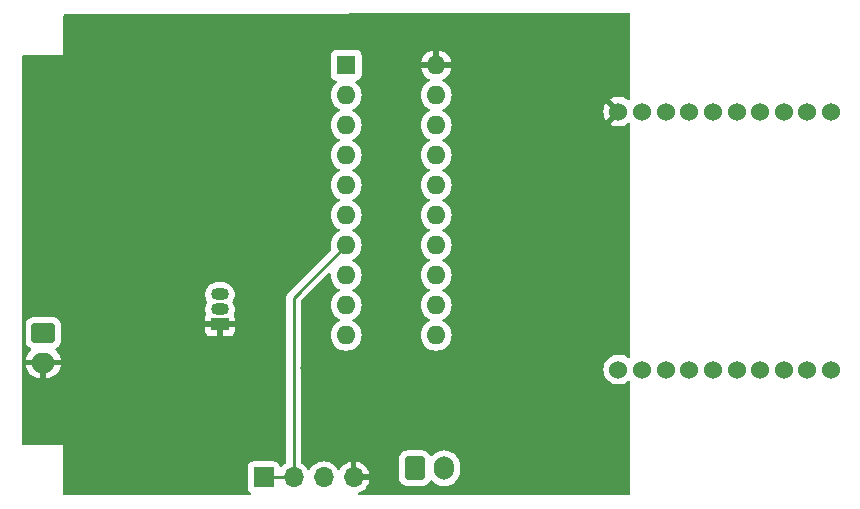
<source format=gbr>
%TF.GenerationSoftware,KiCad,Pcbnew,8.0.6*%
%TF.CreationDate,2025-02-05T16:39:24-07:00*%
%TF.ProjectId,PACS_1.0,50414353-5f31-42e3-902e-6b696361645f,rev?*%
%TF.SameCoordinates,Original*%
%TF.FileFunction,Copper,L2,Bot*%
%TF.FilePolarity,Positive*%
%FSLAX46Y46*%
G04 Gerber Fmt 4.6, Leading zero omitted, Abs format (unit mm)*
G04 Created by KiCad (PCBNEW 8.0.6) date 2025-02-05 16:39:24*
%MOMM*%
%LPD*%
G01*
G04 APERTURE LIST*
G04 Aperture macros list*
%AMRoundRect*
0 Rectangle with rounded corners*
0 $1 Rounding radius*
0 $2 $3 $4 $5 $6 $7 $8 $9 X,Y pos of 4 corners*
0 Add a 4 corners polygon primitive as box body*
4,1,4,$2,$3,$4,$5,$6,$7,$8,$9,$2,$3,0*
0 Add four circle primitives for the rounded corners*
1,1,$1+$1,$2,$3*
1,1,$1+$1,$4,$5*
1,1,$1+$1,$6,$7*
1,1,$1+$1,$8,$9*
0 Add four rect primitives between the rounded corners*
20,1,$1+$1,$2,$3,$4,$5,0*
20,1,$1+$1,$4,$5,$6,$7,0*
20,1,$1+$1,$6,$7,$8,$9,0*
20,1,$1+$1,$8,$9,$2,$3,0*%
G04 Aperture macros list end*
%TA.AperFunction,ComponentPad*%
%ADD10R,1.500000X1.050000*%
%TD*%
%TA.AperFunction,ComponentPad*%
%ADD11O,1.500000X1.050000*%
%TD*%
%TA.AperFunction,ComponentPad*%
%ADD12R,1.600000X1.600000*%
%TD*%
%TA.AperFunction,ComponentPad*%
%ADD13O,1.600000X1.600000*%
%TD*%
%TA.AperFunction,ComponentPad*%
%ADD14R,1.700000X1.700000*%
%TD*%
%TA.AperFunction,ComponentPad*%
%ADD15O,1.700000X1.700000*%
%TD*%
%TA.AperFunction,ComponentPad*%
%ADD16RoundRect,0.250000X-0.750000X0.600000X-0.750000X-0.600000X0.750000X-0.600000X0.750000X0.600000X0*%
%TD*%
%TA.AperFunction,ComponentPad*%
%ADD17O,2.000000X1.700000*%
%TD*%
%TA.AperFunction,ComponentPad*%
%ADD18RoundRect,0.250000X-0.600000X-0.750000X0.600000X-0.750000X0.600000X0.750000X-0.600000X0.750000X0*%
%TD*%
%TA.AperFunction,ComponentPad*%
%ADD19O,1.700000X2.000000*%
%TD*%
%TA.AperFunction,ComponentPad*%
%ADD20C,1.524000*%
%TD*%
%TA.AperFunction,ViaPad*%
%ADD21C,0.800000*%
%TD*%
%TA.AperFunction,Conductor*%
%ADD22C,0.250000*%
%TD*%
G04 APERTURE END LIST*
D10*
%TO.P,Q1,1,E*%
%TO.N,GND*%
X161000000Y-96270000D03*
D11*
%TO.P,Q1,2,B*%
%TO.N,Net-(Q1-B)*%
X161000000Y-95000000D03*
%TO.P,Q1,3,C*%
%TO.N,Net-(Q1-C)*%
X161000000Y-93730000D03*
%TD*%
D12*
%TO.P,U1,1,DVCC*%
%TO.N,+3.3V*%
X171700000Y-74325000D03*
D13*
%TO.P,U1,2,TA0CLK/ACLK/CA0/A0/P1.0*%
%TO.N,unconnected-(U1-TA0CLK{slash}ACLK{slash}CA0{slash}A0{slash}P1.0-Pad2)*%
X171700000Y-76865000D03*
%TO.P,U1,3,UCA0RXD/UCA0SOMI/TA0.0/CA1/A1/P1.1*%
%TO.N,/Zigbee Module/Tx*%
X171700000Y-79405000D03*
%TO.P,U1,4,UCA0TXD/UCA0SIMO/TA0.1/CA2/A2/P1.2*%
%TO.N,/Zigbee Module/Rx*%
X171700000Y-81945000D03*
%TO.P,U1,5,CAOUT/VREF-/VeREF-/CA3/A3/P1.3*%
%TO.N,/Sensors/A_Temp*%
X171700000Y-84485000D03*
%TO.P,U1,6,TCK/SMCLK/UCB0STE/UCA0CLK/VREF+/VeREF+/CA4/A4/P1.4*%
%TO.N,/Power/A_Voltage*%
X171700000Y-87025000D03*
%TO.P,U1,7,TMS/UCB0CLK/UCA0STE/TA0.0/CA5/A5/P1.5*%
%TO.N,/Sensors/A_Water*%
X171700000Y-89565000D03*
%TO.P,U1,8,P2.0/TA1.0*%
%TO.N,/Power/VD_ON{slash}OFF*%
X171700000Y-92105000D03*
%TO.P,U1,9,P2.1/TA1.1*%
%TO.N,unconnected-(U1-P2.1{slash}TA1.1-Pad9)*%
X171700000Y-94645000D03*
%TO.P,U1,10,P2.2/TA1.1*%
%TO.N,/Actuators/PWM_Pump*%
X171700000Y-97185000D03*
%TO.P,U1,11,P2.3/TA1.0*%
%TO.N,unconnected-(U1-P2.3{slash}TA1.0-Pad11)*%
X179320000Y-97185000D03*
%TO.P,U1,12,P2.4/TA1.2*%
%TO.N,/Zigbee Module/Sleep_Indicator*%
X179320000Y-94645000D03*
%TO.P,U1,13,P2.5/TA1.2*%
%TO.N,/Zigbee Module/SLEEP_RQ*%
X179320000Y-92105000D03*
%TO.P,U1,14,TDI/TCLK/UCB0SOMI/UCB0SCL/TA0.1/CA6/A6/P1.6*%
%TO.N,/Sensors/SCL*%
X179320000Y-89565000D03*
%TO.P,U1,15,TDO/TDI/UCB0SIMO/UCB0SDA/CAOUT/CA7/A7/P1.7*%
%TO.N,/Sensors/SDA*%
X179320000Y-87025000D03*
%TO.P,U1,16,~{RST}/NMI/SBWTDIO*%
%TO.N,Net-(U1-~{RST}{slash}NMI{slash}SBWTDIO)*%
X179320000Y-84485000D03*
%TO.P,U1,17,TEST/SBWTCK*%
%TO.N,unconnected-(U1-TEST{slash}SBWTCK-Pad17)*%
X179320000Y-81945000D03*
%TO.P,U1,18,P2.7/XOUT*%
%TO.N,unconnected-(U1-P2.7{slash}XOUT-Pad18)*%
X179320000Y-79405000D03*
%TO.P,U1,19,P2.6/XIN/TA0.1*%
%TO.N,unconnected-(U1-P2.6{slash}XIN{slash}TA0.1-Pad19)*%
X179320000Y-76865000D03*
%TO.P,U1,20,DVSS*%
%TO.N,GND*%
X179320000Y-74325000D03*
%TD*%
D14*
%TO.P,J1,1,Pin_1*%
%TO.N,/Sensors/A_Water*%
X164700000Y-109225000D03*
D15*
%TO.P,J1,2,Pin_2*%
X167240000Y-109225000D03*
%TO.P,J1,3,Pin_3*%
%TO.N,+3.3V*%
X169780000Y-109225000D03*
%TO.P,J1,4,Pin_4*%
%TO.N,GND*%
X172320000Y-109225000D03*
%TD*%
D16*
%TO.P,BT1,1,+*%
%TO.N,Net-(BT1-+)*%
X146050000Y-97000000D03*
D17*
%TO.P,BT1,2,-*%
%TO.N,GND*%
X146050000Y-99500000D03*
%TD*%
D18*
%TO.P,J2,1,Pin_1*%
%TO.N,Net-(J2-Pin_1)*%
X177500000Y-108450000D03*
D19*
%TO.P,J2,2,Pin_2*%
%TO.N,+3.3V*%
X180000000Y-108450000D03*
%TD*%
D20*
%TO.P,U7,1,VCC*%
%TO.N,+3.3V*%
X212750000Y-78250000D03*
%TO.P,U7,2,DOUT*%
%TO.N,/Zigbee Module/Tx*%
X210750000Y-78250000D03*
%TO.P,U7,3,DIN/CONFIG*%
%TO.N,/Zigbee Module/Rx*%
X208750000Y-78250000D03*
%TO.P,U7,4,SPI_MISO*%
%TO.N,unconnected-(U7-SPI_MISO-Pad4)*%
X206750000Y-78250000D03*
%TO.P,U7,5,RESET*%
%TO.N,unconnected-(U7-RESET-Pad5)*%
X204750000Y-78250000D03*
%TO.P,U7,6,PWM0/RSSI_PWM*%
%TO.N,unconnected-(U7-PWM0{slash}RSSI_PWM-Pad6)*%
X202750000Y-78250000D03*
%TO.P,U7,7,PWM1*%
%TO.N,unconnected-(U7-PWM1-Pad7)*%
X200750000Y-78250000D03*
%TO.P,U7,8,DNC*%
%TO.N,unconnected-(U7-DNC-Pad8)*%
X198750000Y-78250000D03*
%TO.P,U7,9,DI8/SLEEP_RQ/DTR*%
%TO.N,/Zigbee Module/SLEEP_RQ*%
X196750000Y-78250000D03*
%TO.P,U7,10,GND*%
%TO.N,GND*%
X194750000Y-78250000D03*
%TO.P,U7,11,DIO4/SPI_MOSI*%
%TO.N,unconnected-(U7-DIO4{slash}SPI_MOSI-Pad11)*%
X194750000Y-100094000D03*
%TO.P,U7,12,DIO7/CTS*%
%TO.N,unconnected-(U7-DIO7{slash}CTS-Pad12)*%
X196750000Y-100094000D03*
%TO.P,U7,13,ON/SLEEP*%
%TO.N,/Zigbee Module/Sleep_Indicator*%
X198750000Y-100094000D03*
%TO.P,U7,14,V_REF*%
%TO.N,unconnected-(U7-V_REF-Pad14)*%
X200750000Y-100094000D03*
%TO.P,U7,15,DIO5/ASSOC*%
%TO.N,unconnected-(U7-DIO5{slash}ASSOC-Pad15)*%
X202750000Y-100094000D03*
%TO.P,U7,16,DIO6/RTS*%
%TO.N,unconnected-(U7-DIO6{slash}RTS-Pad16)*%
X204750000Y-100094000D03*
%TO.P,U7,17,DIO3/AD3/SPI_SSEL*%
%TO.N,unconnected-(U7-DIO3{slash}AD3{slash}SPI_SSEL-Pad17)*%
X206750000Y-100094000D03*
%TO.P,U7,18,DIO2/AD2/SPI_CLK*%
%TO.N,unconnected-(U7-DIO2{slash}AD2{slash}SPI_CLK-Pad18)*%
X208750000Y-100094000D03*
%TO.P,U7,19,DIO1/AD1/SPI_ATTN*%
%TO.N,unconnected-(U7-DIO1{slash}AD1{slash}SPI_ATTN-Pad19)*%
X210750000Y-100094000D03*
%TO.P,U7,20,DIO0/AD0*%
%TO.N,unconnected-(U7-DIO0{slash}AD0-Pad20)*%
X212750000Y-100094000D03*
%TD*%
D21*
%TO.N,GND*%
X191675000Y-71450000D03*
X184625000Y-106975000D03*
X186087500Y-102737500D03*
X194300000Y-71475000D03*
X147500000Y-103650000D03*
X164500000Y-99250000D03*
X192975000Y-84050000D03*
X177112500Y-71462500D03*
X146750000Y-80750000D03*
X162762500Y-70962500D03*
X184300000Y-72925000D03*
X153250000Y-90000000D03*
X171037500Y-71487500D03*
X150625000Y-106525000D03*
X177025000Y-98100000D03*
X156700000Y-104950000D03*
X153700000Y-108125000D03*
X186000000Y-99875000D03*
X194350000Y-82575000D03*
X190300000Y-78600000D03*
X184575000Y-102725000D03*
X175600000Y-88775000D03*
X191462500Y-84037500D03*
X191712500Y-108362500D03*
X145900000Y-103675000D03*
X174125000Y-88775000D03*
X156700000Y-109825000D03*
X190225000Y-109825000D03*
X175600000Y-90475000D03*
X156700000Y-106500000D03*
X155100000Y-109850000D03*
X172512500Y-71487500D03*
X192987500Y-102737500D03*
X177075000Y-84250000D03*
X183225000Y-96775000D03*
X149025000Y-106550000D03*
X194325000Y-109850000D03*
X183237500Y-99862500D03*
X145337500Y-74562500D03*
X193000000Y-74175000D03*
X188912500Y-71437500D03*
X187300000Y-72925000D03*
X161350000Y-106475000D03*
X145225000Y-91450000D03*
X157937500Y-78612500D03*
X191175000Y-96625000D03*
X160750000Y-80075000D03*
X194337500Y-108387500D03*
X157925000Y-80075000D03*
X190350000Y-79850000D03*
X184612500Y-96737500D03*
X161375000Y-103575000D03*
X174100000Y-94775000D03*
X166075000Y-103525000D03*
X190375000Y-72900000D03*
X145312500Y-86912500D03*
X166100000Y-99225000D03*
X162950000Y-106450000D03*
X181237500Y-71487500D03*
X186075000Y-109825000D03*
X156725000Y-103600000D03*
X188900000Y-72900000D03*
X146737500Y-77637500D03*
X194362500Y-84012500D03*
X175600000Y-87150000D03*
X194275000Y-74175000D03*
X153725000Y-103600000D03*
X158200000Y-103600000D03*
X175575000Y-93225000D03*
X155125000Y-103625000D03*
X178587500Y-71462500D03*
X146725000Y-79100000D03*
X150625000Y-108150000D03*
X166075000Y-100575000D03*
X193000000Y-72925000D03*
X194337500Y-106987500D03*
X161287500Y-70962500D03*
X165500000Y-79000000D03*
X158175000Y-104950000D03*
X184612500Y-98187500D03*
X162225000Y-80075000D03*
X161350000Y-104925000D03*
X190175000Y-104225000D03*
X158175000Y-108125000D03*
X164450000Y-106450000D03*
X186250000Y-93500000D03*
X145275000Y-85350000D03*
X174125000Y-91875000D03*
X171500000Y-106750000D03*
X187025000Y-85550000D03*
X194350000Y-81125000D03*
X185900000Y-72900000D03*
X187312500Y-71462500D03*
X191162500Y-98087500D03*
X158250000Y-72425000D03*
X153700000Y-109825000D03*
X145350000Y-82275000D03*
X159775000Y-104925000D03*
X159775000Y-109800000D03*
X169437500Y-71512500D03*
X182837500Y-71462500D03*
X188850000Y-102750000D03*
X145300000Y-88375000D03*
X187550000Y-104200000D03*
X194062500Y-98100000D03*
X155100000Y-104975000D03*
X177025000Y-96400000D03*
X186125000Y-101337500D03*
X184625000Y-101275000D03*
X194312500Y-104212500D03*
X149025000Y-109875000D03*
X188862500Y-106987500D03*
X169250000Y-105500000D03*
X164450000Y-104900000D03*
X164475000Y-103550000D03*
X190125000Y-101325000D03*
X190387500Y-71437500D03*
X162237500Y-78612500D03*
X192562500Y-96587500D03*
X194325000Y-102750000D03*
X155100000Y-108150000D03*
X186112500Y-105512500D03*
X159387500Y-81362500D03*
X188900000Y-74150000D03*
X145250000Y-79100000D03*
X188712500Y-108387500D03*
X187362500Y-109837500D03*
X159375000Y-82825000D03*
X145262500Y-77637500D03*
X184312500Y-71462500D03*
X181225000Y-72950000D03*
X149025000Y-105000000D03*
X190050000Y-84025000D03*
X175575000Y-94775000D03*
X187512500Y-99912500D03*
X166050000Y-106425000D03*
X153700000Y-104950000D03*
X153700000Y-106500000D03*
X188700000Y-109850000D03*
X168250000Y-100000000D03*
X146750000Y-83750000D03*
X165500000Y-86250000D03*
X156700000Y-108125000D03*
X181250000Y-92250000D03*
X163000000Y-99250000D03*
X164475000Y-102150000D03*
X175625000Y-84250000D03*
X191700000Y-109825000D03*
X159775000Y-108100000D03*
X159412500Y-78612500D03*
X175600000Y-85600000D03*
X191487500Y-85512500D03*
X167250000Y-86500000D03*
X192987500Y-109837500D03*
X190200000Y-107000000D03*
X184600000Y-109825000D03*
X145362500Y-80812500D03*
X190187500Y-102762500D03*
X185912500Y-71437500D03*
X157500000Y-95250000D03*
X186075000Y-104200000D03*
X193000000Y-106975000D03*
X157900000Y-82825000D03*
X164475000Y-100600000D03*
X162200000Y-82800000D03*
X183212500Y-98237500D03*
X145325000Y-76025000D03*
X193937500Y-96637500D03*
X184625000Y-99825000D03*
X158175000Y-109825000D03*
X190212500Y-105537500D03*
X174100000Y-93225000D03*
X162975000Y-100600000D03*
X184600000Y-105500000D03*
X191712500Y-106962500D03*
X191662500Y-74162500D03*
X156500000Y-91750000D03*
X194362500Y-85462500D03*
X191725000Y-105500000D03*
X184600000Y-104200000D03*
X181737500Y-98237500D03*
X152100000Y-104975000D03*
X194287500Y-72937500D03*
X187500000Y-101375000D03*
X186087500Y-108362500D03*
X152100000Y-106525000D03*
X192962500Y-79862500D03*
X189687500Y-98087500D03*
X166075000Y-102125000D03*
X174125000Y-85600000D03*
X175600000Y-91875000D03*
X192562500Y-98037500D03*
X177050000Y-87150000D03*
X190075000Y-85500000D03*
X181750000Y-101325000D03*
X159800000Y-103575000D03*
X162750000Y-72425000D03*
X168500000Y-79000000D03*
X152100000Y-108150000D03*
X160737500Y-81337500D03*
X173250000Y-106750000D03*
X150625000Y-109850000D03*
X159737500Y-70962500D03*
X187375000Y-108375000D03*
X150625000Y-104975000D03*
X155100000Y-106525000D03*
X174150000Y-84250000D03*
X188875000Y-105525000D03*
X162950000Y-104900000D03*
X174125000Y-87150000D03*
X177050000Y-90475000D03*
X174125000Y-90475000D03*
X159400000Y-80075000D03*
X146812500Y-74562500D03*
X160762500Y-78612500D03*
X181500000Y-89250000D03*
X187025000Y-83775000D03*
X159775000Y-106475000D03*
X190237500Y-108362500D03*
X149025000Y-108175000D03*
X191700000Y-102725000D03*
X161275000Y-72425000D03*
X177025000Y-93225000D03*
X193012500Y-71462500D03*
X177050000Y-85600000D03*
X193000000Y-108375000D03*
X189662500Y-96612500D03*
X191575000Y-78600000D03*
X190375000Y-74150000D03*
X177025000Y-94775000D03*
X159725000Y-72425000D03*
X192950000Y-82625000D03*
X174112500Y-71462500D03*
X145287500Y-83887500D03*
X158175000Y-106500000D03*
X192975000Y-104200000D03*
X160725000Y-82800000D03*
X181725000Y-99850000D03*
X187562500Y-102737500D03*
X153250000Y-87500000D03*
X149050000Y-103650000D03*
X193012500Y-105512500D03*
X152100000Y-109850000D03*
X162975000Y-102150000D03*
X146800000Y-76025000D03*
X166050000Y-104875000D03*
X162212500Y-81337500D03*
X147475000Y-105000000D03*
X187587500Y-105512500D03*
X191687500Y-104187500D03*
X145875000Y-105025000D03*
X188850000Y-99850000D03*
X187575000Y-106975000D03*
X182825000Y-72925000D03*
X158262500Y-70962500D03*
X194350000Y-105525000D03*
X188837500Y-101312500D03*
X190137500Y-99862500D03*
X192962500Y-81162500D03*
X191687500Y-79862500D03*
X154000000Y-80000000D03*
X177050000Y-88775000D03*
X181712500Y-96762500D03*
X166000000Y-93000000D03*
X191462500Y-101337500D03*
X191662500Y-72912500D03*
X150650000Y-103625000D03*
X186100000Y-106975000D03*
X157912500Y-81362500D03*
X191475000Y-99875000D03*
X152125000Y-103625000D03*
X183225000Y-101325000D03*
X145237500Y-89987500D03*
X175575000Y-96400000D03*
X162975000Y-103550000D03*
X175500000Y-70650000D03*
X179875000Y-71475000D03*
X188837500Y-104212500D03*
X177050000Y-91875000D03*
X192962500Y-85512500D03*
%TD*%
D22*
%TO.N,/Sensors/A_Water*%
X164700000Y-109225000D02*
X167240000Y-109225000D01*
X167240000Y-94025000D02*
X171700000Y-89565000D01*
X167240000Y-109225000D02*
X167240000Y-94025000D01*
%TD*%
%TA.AperFunction,Conductor*%
%TO.N,GND*%
G36*
X195692876Y-69944774D02*
G01*
X195738714Y-69997506D01*
X195750000Y-70049194D01*
X195750000Y-77171388D01*
X195730315Y-77238427D01*
X195677511Y-77284182D01*
X195608353Y-77294126D01*
X195554876Y-77272963D01*
X195383409Y-77152900D01*
X195383407Y-77152899D01*
X195183284Y-77059580D01*
X195183270Y-77059575D01*
X194969986Y-77002426D01*
X194969976Y-77002424D01*
X194750001Y-76983179D01*
X194749999Y-76983179D01*
X194530023Y-77002424D01*
X194530013Y-77002426D01*
X194316729Y-77059575D01*
X194316720Y-77059579D01*
X194116590Y-77152901D01*
X194051811Y-77198258D01*
X194722553Y-77869000D01*
X194699840Y-77869000D01*
X194602939Y-77894964D01*
X194516060Y-77945124D01*
X194445124Y-78016060D01*
X194394964Y-78102939D01*
X194369000Y-78199840D01*
X194369000Y-78222553D01*
X193698258Y-77551811D01*
X193652901Y-77616590D01*
X193559579Y-77816720D01*
X193559575Y-77816729D01*
X193502426Y-78030013D01*
X193502424Y-78030023D01*
X193483179Y-78249999D01*
X193483179Y-78250000D01*
X193502424Y-78469976D01*
X193502426Y-78469986D01*
X193559575Y-78683270D01*
X193559580Y-78683284D01*
X193652898Y-78883405D01*
X193652901Y-78883411D01*
X193698258Y-78948187D01*
X193698259Y-78948188D01*
X194369000Y-78277447D01*
X194369000Y-78300160D01*
X194394964Y-78397061D01*
X194445124Y-78483940D01*
X194516060Y-78554876D01*
X194602939Y-78605036D01*
X194699840Y-78631000D01*
X194722551Y-78631000D01*
X194051810Y-79301740D01*
X194116590Y-79347099D01*
X194116592Y-79347100D01*
X194316715Y-79440419D01*
X194316729Y-79440424D01*
X194530013Y-79497573D01*
X194530023Y-79497575D01*
X194749999Y-79516821D01*
X194750001Y-79516821D01*
X194969976Y-79497575D01*
X194969986Y-79497573D01*
X195183270Y-79440424D01*
X195183284Y-79440419D01*
X195383407Y-79347100D01*
X195383417Y-79347094D01*
X195554876Y-79227037D01*
X195621082Y-79204709D01*
X195688849Y-79221719D01*
X195736663Y-79272666D01*
X195750000Y-79328611D01*
X195750000Y-99014776D01*
X195730315Y-99081815D01*
X195677511Y-99127570D01*
X195608353Y-99137514D01*
X195554877Y-99116351D01*
X195383666Y-98996468D01*
X195383662Y-98996466D01*
X195352172Y-98981782D01*
X195183450Y-98903106D01*
X195183447Y-98903105D01*
X195183445Y-98903104D01*
X194970070Y-98845930D01*
X194970062Y-98845929D01*
X194750002Y-98826677D01*
X194749998Y-98826677D01*
X194529937Y-98845929D01*
X194529929Y-98845930D01*
X194316554Y-98903104D01*
X194316548Y-98903107D01*
X194116340Y-98996465D01*
X194116338Y-98996466D01*
X193935377Y-99123175D01*
X193779175Y-99279377D01*
X193652466Y-99460338D01*
X193652465Y-99460340D01*
X193559107Y-99660548D01*
X193559104Y-99660554D01*
X193501930Y-99873929D01*
X193501929Y-99873937D01*
X193482677Y-100093997D01*
X193482677Y-100094002D01*
X193501929Y-100314062D01*
X193501930Y-100314070D01*
X193559104Y-100527445D01*
X193559105Y-100527447D01*
X193559106Y-100527450D01*
X193560166Y-100529723D01*
X193652466Y-100727662D01*
X193652468Y-100727666D01*
X193779170Y-100908615D01*
X193779175Y-100908621D01*
X193935378Y-101064824D01*
X193935384Y-101064829D01*
X194116333Y-101191531D01*
X194116335Y-101191532D01*
X194116338Y-101191534D01*
X194316550Y-101284894D01*
X194529932Y-101342070D01*
X194687123Y-101355822D01*
X194749998Y-101361323D01*
X194750000Y-101361323D01*
X194750002Y-101361323D01*
X194805017Y-101356509D01*
X194970068Y-101342070D01*
X195183450Y-101284894D01*
X195383662Y-101191534D01*
X195554878Y-101071647D01*
X195621083Y-101049321D01*
X195688850Y-101066331D01*
X195736663Y-101117279D01*
X195750000Y-101173223D01*
X195750000Y-110626000D01*
X195730315Y-110693039D01*
X195677511Y-110738794D01*
X195626000Y-110750000D01*
X172786498Y-110750000D01*
X172719459Y-110730315D01*
X172673704Y-110677511D01*
X172663760Y-110608353D01*
X172692785Y-110544797D01*
X172751563Y-110507023D01*
X172754404Y-110506225D01*
X172783485Y-110498432D01*
X172783492Y-110498429D01*
X172997578Y-110398600D01*
X173191082Y-110263105D01*
X173358105Y-110096082D01*
X173493600Y-109902578D01*
X173593429Y-109688492D01*
X173593432Y-109688486D01*
X173650636Y-109475000D01*
X172753012Y-109475000D01*
X172785925Y-109417993D01*
X172820000Y-109290826D01*
X172820000Y-109159174D01*
X172785925Y-109032007D01*
X172753012Y-108975000D01*
X173650636Y-108975000D01*
X173650635Y-108974999D01*
X173593432Y-108761513D01*
X173593429Y-108761507D01*
X173493600Y-108547422D01*
X173493599Y-108547420D01*
X173358113Y-108353926D01*
X173358108Y-108353920D01*
X173191082Y-108186894D01*
X172997578Y-108051399D01*
X172783492Y-107951570D01*
X172783486Y-107951567D01*
X172570000Y-107894364D01*
X172570000Y-108791988D01*
X172512993Y-108759075D01*
X172385826Y-108725000D01*
X172254174Y-108725000D01*
X172127007Y-108759075D01*
X172070000Y-108791988D01*
X172070000Y-107894364D01*
X172069999Y-107894364D01*
X171856513Y-107951567D01*
X171856507Y-107951570D01*
X171642422Y-108051399D01*
X171642420Y-108051400D01*
X171448926Y-108186886D01*
X171448920Y-108186891D01*
X171281891Y-108353920D01*
X171281890Y-108353922D01*
X171151880Y-108539595D01*
X171097303Y-108583219D01*
X171027804Y-108590412D01*
X170965450Y-108558890D01*
X170948730Y-108539594D01*
X170818494Y-108353597D01*
X170651402Y-108186506D01*
X170651395Y-108186501D01*
X170457834Y-108050967D01*
X170457830Y-108050965D01*
X170405500Y-108026563D01*
X170243663Y-107951097D01*
X170243659Y-107951096D01*
X170243655Y-107951094D01*
X170015413Y-107889938D01*
X170015403Y-107889936D01*
X169780001Y-107869341D01*
X169779999Y-107869341D01*
X169544596Y-107889936D01*
X169544586Y-107889938D01*
X169316344Y-107951094D01*
X169316335Y-107951098D01*
X169102171Y-108050964D01*
X169102169Y-108050965D01*
X168908597Y-108186505D01*
X168741505Y-108353597D01*
X168611575Y-108539158D01*
X168556998Y-108582783D01*
X168487500Y-108589977D01*
X168425145Y-108558454D01*
X168408425Y-108539158D01*
X168278494Y-108353597D01*
X168111402Y-108186506D01*
X168111401Y-108186505D01*
X167978093Y-108093161D01*
X167918376Y-108051347D01*
X167874751Y-107996770D01*
X167865500Y-107949772D01*
X167865500Y-107649983D01*
X176149500Y-107649983D01*
X176149500Y-109250001D01*
X176149501Y-109250018D01*
X176160000Y-109352796D01*
X176160001Y-109352799D01*
X176205894Y-109491294D01*
X176215186Y-109519334D01*
X176307288Y-109668656D01*
X176431344Y-109792712D01*
X176580666Y-109884814D01*
X176747203Y-109939999D01*
X176849991Y-109950500D01*
X178150008Y-109950499D01*
X178252797Y-109939999D01*
X178419334Y-109884814D01*
X178568656Y-109792712D01*
X178692712Y-109668656D01*
X178784814Y-109519334D01*
X178784814Y-109519331D01*
X178788178Y-109513879D01*
X178840126Y-109467154D01*
X178909088Y-109455931D01*
X178973170Y-109483774D01*
X178981398Y-109491294D01*
X179120213Y-109630109D01*
X179292179Y-109755048D01*
X179292181Y-109755049D01*
X179292184Y-109755051D01*
X179481588Y-109851557D01*
X179683757Y-109917246D01*
X179893713Y-109950500D01*
X179893714Y-109950500D01*
X180106286Y-109950500D01*
X180106287Y-109950500D01*
X180316243Y-109917246D01*
X180518412Y-109851557D01*
X180707816Y-109755051D01*
X180787673Y-109697032D01*
X180879786Y-109630109D01*
X180879788Y-109630106D01*
X180879792Y-109630104D01*
X181030104Y-109479792D01*
X181030106Y-109479788D01*
X181030109Y-109479786D01*
X181155048Y-109307820D01*
X181155047Y-109307820D01*
X181155051Y-109307816D01*
X181251557Y-109118412D01*
X181317246Y-108916243D01*
X181350500Y-108706287D01*
X181350500Y-108193713D01*
X181317246Y-107983757D01*
X181251557Y-107781588D01*
X181155051Y-107592184D01*
X181155049Y-107592181D01*
X181155048Y-107592179D01*
X181030109Y-107420213D01*
X180879786Y-107269890D01*
X180707820Y-107144951D01*
X180518414Y-107048444D01*
X180518413Y-107048443D01*
X180518412Y-107048443D01*
X180316243Y-106982754D01*
X180316241Y-106982753D01*
X180316240Y-106982753D01*
X180154957Y-106957208D01*
X180106287Y-106949500D01*
X179893713Y-106949500D01*
X179845042Y-106957208D01*
X179683760Y-106982753D01*
X179481585Y-107048444D01*
X179292179Y-107144951D01*
X179120215Y-107269889D01*
X178981398Y-107408706D01*
X178920075Y-107442190D01*
X178850383Y-107437206D01*
X178794450Y-107395334D01*
X178788178Y-107386120D01*
X178692712Y-107231344D01*
X178568657Y-107107289D01*
X178568656Y-107107288D01*
X178419334Y-107015186D01*
X178252797Y-106960001D01*
X178252795Y-106960000D01*
X178150010Y-106949500D01*
X176849998Y-106949500D01*
X176849981Y-106949501D01*
X176747203Y-106960000D01*
X176747200Y-106960001D01*
X176580668Y-107015185D01*
X176580663Y-107015187D01*
X176431342Y-107107289D01*
X176307289Y-107231342D01*
X176215187Y-107380663D01*
X176215185Y-107380668D01*
X176210325Y-107395334D01*
X176160001Y-107547203D01*
X176160001Y-107547204D01*
X176160000Y-107547204D01*
X176149500Y-107649983D01*
X167865500Y-107649983D01*
X167865500Y-94335452D01*
X167885185Y-94268413D01*
X167901819Y-94247771D01*
X168914023Y-93235567D01*
X170187183Y-91962406D01*
X170248504Y-91928923D01*
X170318196Y-91933907D01*
X170374129Y-91975779D01*
X170398546Y-92041243D01*
X170398390Y-92060895D01*
X170394532Y-92104996D01*
X170394532Y-92105001D01*
X170414364Y-92331686D01*
X170414366Y-92331697D01*
X170473258Y-92551488D01*
X170473261Y-92551497D01*
X170569431Y-92757732D01*
X170569432Y-92757734D01*
X170699954Y-92944141D01*
X170860858Y-93105045D01*
X170860861Y-93105047D01*
X171047266Y-93235568D01*
X171105275Y-93262618D01*
X171157714Y-93308791D01*
X171176866Y-93375984D01*
X171156650Y-93442865D01*
X171105275Y-93487382D01*
X171047267Y-93514431D01*
X171047265Y-93514432D01*
X170860858Y-93644954D01*
X170699954Y-93805858D01*
X170569432Y-93992265D01*
X170569431Y-93992267D01*
X170473261Y-94198502D01*
X170473258Y-94198511D01*
X170414366Y-94418302D01*
X170414364Y-94418313D01*
X170394532Y-94644998D01*
X170394532Y-94645001D01*
X170414364Y-94871686D01*
X170414366Y-94871697D01*
X170473258Y-95091488D01*
X170473261Y-95091497D01*
X170569431Y-95297732D01*
X170569432Y-95297734D01*
X170699954Y-95484141D01*
X170860858Y-95645045D01*
X170882216Y-95660000D01*
X171047266Y-95775568D01*
X171092279Y-95796558D01*
X171105275Y-95802618D01*
X171157714Y-95848791D01*
X171176866Y-95915984D01*
X171156650Y-95982865D01*
X171105275Y-96027382D01*
X171047267Y-96054431D01*
X171047265Y-96054432D01*
X170860858Y-96184954D01*
X170699954Y-96345858D01*
X170569432Y-96532265D01*
X170569431Y-96532267D01*
X170473261Y-96738502D01*
X170473258Y-96738511D01*
X170414366Y-96958302D01*
X170414364Y-96958313D01*
X170394532Y-97184998D01*
X170394532Y-97185001D01*
X170414364Y-97411686D01*
X170414366Y-97411697D01*
X170473258Y-97631488D01*
X170473261Y-97631497D01*
X170569431Y-97837732D01*
X170569432Y-97837734D01*
X170699954Y-98024141D01*
X170860858Y-98185045D01*
X170860861Y-98185047D01*
X171047266Y-98315568D01*
X171253504Y-98411739D01*
X171473308Y-98470635D01*
X171635230Y-98484801D01*
X171699998Y-98490468D01*
X171700000Y-98490468D01*
X171700002Y-98490468D01*
X171756673Y-98485509D01*
X171926692Y-98470635D01*
X172146496Y-98411739D01*
X172352734Y-98315568D01*
X172539139Y-98185047D01*
X172700047Y-98024139D01*
X172830568Y-97837734D01*
X172926739Y-97631496D01*
X172985635Y-97411692D01*
X173005468Y-97185000D01*
X173002597Y-97152190D01*
X172985635Y-96958313D01*
X172985635Y-96958308D01*
X172926739Y-96738504D01*
X172830568Y-96532266D01*
X172700047Y-96345861D01*
X172700045Y-96345858D01*
X172539141Y-96184954D01*
X172352734Y-96054432D01*
X172352728Y-96054429D01*
X172294725Y-96027382D01*
X172242285Y-95981210D01*
X172223133Y-95914017D01*
X172243348Y-95847135D01*
X172294725Y-95802618D01*
X172352734Y-95775568D01*
X172539139Y-95645047D01*
X172700047Y-95484139D01*
X172830568Y-95297734D01*
X172926739Y-95091496D01*
X172985635Y-94871692D01*
X173005468Y-94645000D01*
X172985635Y-94418308D01*
X172926739Y-94198504D01*
X172830568Y-93992266D01*
X172717652Y-93831004D01*
X172700045Y-93805858D01*
X172539141Y-93644954D01*
X172352734Y-93514432D01*
X172352728Y-93514429D01*
X172294725Y-93487382D01*
X172242285Y-93441210D01*
X172223133Y-93374017D01*
X172243348Y-93307135D01*
X172294725Y-93262618D01*
X172352734Y-93235568D01*
X172539139Y-93105047D01*
X172700047Y-92944139D01*
X172830568Y-92757734D01*
X172926739Y-92551496D01*
X172985635Y-92331692D01*
X173005468Y-92105000D01*
X172985635Y-91878308D01*
X172926739Y-91658504D01*
X172830568Y-91452266D01*
X172700047Y-91265861D01*
X172700045Y-91265858D01*
X172539141Y-91104954D01*
X172352734Y-90974432D01*
X172352728Y-90974429D01*
X172294725Y-90947382D01*
X172242285Y-90901210D01*
X172223133Y-90834017D01*
X172243348Y-90767135D01*
X172294725Y-90722618D01*
X172352734Y-90695568D01*
X172539139Y-90565047D01*
X172700047Y-90404139D01*
X172830568Y-90217734D01*
X172926739Y-90011496D01*
X172985635Y-89791692D01*
X173005468Y-89565000D01*
X172985635Y-89338308D01*
X172926739Y-89118504D01*
X172830568Y-88912266D01*
X172700047Y-88725861D01*
X172700045Y-88725858D01*
X172539141Y-88564954D01*
X172352734Y-88434432D01*
X172352728Y-88434429D01*
X172294725Y-88407382D01*
X172242285Y-88361210D01*
X172223133Y-88294017D01*
X172243348Y-88227135D01*
X172294725Y-88182618D01*
X172352734Y-88155568D01*
X172539139Y-88025047D01*
X172700047Y-87864139D01*
X172830568Y-87677734D01*
X172926739Y-87471496D01*
X172985635Y-87251692D01*
X173005468Y-87025000D01*
X172985635Y-86798308D01*
X172926739Y-86578504D01*
X172830568Y-86372266D01*
X172700047Y-86185861D01*
X172700045Y-86185858D01*
X172539141Y-86024954D01*
X172352734Y-85894432D01*
X172352728Y-85894429D01*
X172294725Y-85867382D01*
X172242285Y-85821210D01*
X172223133Y-85754017D01*
X172243348Y-85687135D01*
X172294725Y-85642618D01*
X172352734Y-85615568D01*
X172539139Y-85485047D01*
X172700047Y-85324139D01*
X172830568Y-85137734D01*
X172926739Y-84931496D01*
X172985635Y-84711692D01*
X173005468Y-84485000D01*
X172985635Y-84258308D01*
X172926739Y-84038504D01*
X172830568Y-83832266D01*
X172700047Y-83645861D01*
X172700045Y-83645858D01*
X172539141Y-83484954D01*
X172352734Y-83354432D01*
X172352728Y-83354429D01*
X172294725Y-83327382D01*
X172242285Y-83281210D01*
X172223133Y-83214017D01*
X172243348Y-83147135D01*
X172294725Y-83102618D01*
X172352734Y-83075568D01*
X172539139Y-82945047D01*
X172700047Y-82784139D01*
X172830568Y-82597734D01*
X172926739Y-82391496D01*
X172985635Y-82171692D01*
X173005468Y-81945000D01*
X172985635Y-81718308D01*
X172926739Y-81498504D01*
X172830568Y-81292266D01*
X172700047Y-81105861D01*
X172700045Y-81105858D01*
X172539141Y-80944954D01*
X172352734Y-80814432D01*
X172352728Y-80814429D01*
X172294725Y-80787382D01*
X172242285Y-80741210D01*
X172223133Y-80674017D01*
X172243348Y-80607135D01*
X172294725Y-80562618D01*
X172352734Y-80535568D01*
X172539139Y-80405047D01*
X172700047Y-80244139D01*
X172830568Y-80057734D01*
X172926739Y-79851496D01*
X172985635Y-79631692D01*
X173005468Y-79405000D01*
X172985635Y-79178308D01*
X172926739Y-78958504D01*
X172830568Y-78752266D01*
X172700047Y-78565861D01*
X172700045Y-78565858D01*
X172539141Y-78404954D01*
X172352734Y-78274432D01*
X172352728Y-78274429D01*
X172325038Y-78261517D01*
X172294724Y-78247381D01*
X172242285Y-78201210D01*
X172223133Y-78134017D01*
X172243348Y-78067135D01*
X172294725Y-78022618D01*
X172352734Y-77995568D01*
X172539139Y-77865047D01*
X172700047Y-77704139D01*
X172830568Y-77517734D01*
X172926739Y-77311496D01*
X172985635Y-77091692D01*
X173005468Y-76865000D01*
X173005468Y-76864998D01*
X178014532Y-76864998D01*
X178014532Y-76865001D01*
X178034364Y-77091686D01*
X178034366Y-77091697D01*
X178093258Y-77311488D01*
X178093261Y-77311497D01*
X178189431Y-77517732D01*
X178189432Y-77517734D01*
X178319954Y-77704141D01*
X178480858Y-77865045D01*
X178523587Y-77894964D01*
X178667266Y-77995568D01*
X178725275Y-78022618D01*
X178777714Y-78068791D01*
X178796866Y-78135984D01*
X178776650Y-78202865D01*
X178725275Y-78247381D01*
X178708272Y-78255310D01*
X178667267Y-78274431D01*
X178667265Y-78274432D01*
X178480858Y-78404954D01*
X178319954Y-78565858D01*
X178189432Y-78752265D01*
X178189431Y-78752267D01*
X178093261Y-78958502D01*
X178093258Y-78958511D01*
X178034366Y-79178302D01*
X178034364Y-79178313D01*
X178014532Y-79404998D01*
X178014532Y-79405001D01*
X178034364Y-79631686D01*
X178034366Y-79631697D01*
X178093258Y-79851488D01*
X178093261Y-79851497D01*
X178189431Y-80057732D01*
X178189432Y-80057734D01*
X178319954Y-80244141D01*
X178480858Y-80405045D01*
X178480861Y-80405047D01*
X178667266Y-80535568D01*
X178725275Y-80562618D01*
X178777714Y-80608791D01*
X178796866Y-80675984D01*
X178776650Y-80742865D01*
X178725275Y-80787382D01*
X178667267Y-80814431D01*
X178667265Y-80814432D01*
X178480858Y-80944954D01*
X178319954Y-81105858D01*
X178189432Y-81292265D01*
X178189431Y-81292267D01*
X178093261Y-81498502D01*
X178093258Y-81498511D01*
X178034366Y-81718302D01*
X178034364Y-81718313D01*
X178014532Y-81944998D01*
X178014532Y-81945001D01*
X178034364Y-82171686D01*
X178034366Y-82171697D01*
X178093258Y-82391488D01*
X178093261Y-82391497D01*
X178189431Y-82597732D01*
X178189432Y-82597734D01*
X178319954Y-82784141D01*
X178480858Y-82945045D01*
X178480861Y-82945047D01*
X178667266Y-83075568D01*
X178725275Y-83102618D01*
X178777714Y-83148791D01*
X178796866Y-83215984D01*
X178776650Y-83282865D01*
X178725275Y-83327382D01*
X178667267Y-83354431D01*
X178667265Y-83354432D01*
X178480858Y-83484954D01*
X178319954Y-83645858D01*
X178189432Y-83832265D01*
X178189431Y-83832267D01*
X178093261Y-84038502D01*
X178093258Y-84038511D01*
X178034366Y-84258302D01*
X178034364Y-84258313D01*
X178014532Y-84484998D01*
X178014532Y-84485001D01*
X178034364Y-84711686D01*
X178034366Y-84711697D01*
X178093258Y-84931488D01*
X178093261Y-84931497D01*
X178189431Y-85137732D01*
X178189432Y-85137734D01*
X178319954Y-85324141D01*
X178480858Y-85485045D01*
X178480861Y-85485047D01*
X178667266Y-85615568D01*
X178725275Y-85642618D01*
X178777714Y-85688791D01*
X178796866Y-85755984D01*
X178776650Y-85822865D01*
X178725275Y-85867382D01*
X178667267Y-85894431D01*
X178667265Y-85894432D01*
X178480858Y-86024954D01*
X178319954Y-86185858D01*
X178189432Y-86372265D01*
X178189431Y-86372267D01*
X178093261Y-86578502D01*
X178093258Y-86578511D01*
X178034366Y-86798302D01*
X178034364Y-86798313D01*
X178014532Y-87024998D01*
X178014532Y-87025001D01*
X178034364Y-87251686D01*
X178034366Y-87251697D01*
X178093258Y-87471488D01*
X178093261Y-87471497D01*
X178189431Y-87677732D01*
X178189432Y-87677734D01*
X178319954Y-87864141D01*
X178480858Y-88025045D01*
X178480861Y-88025047D01*
X178667266Y-88155568D01*
X178725275Y-88182618D01*
X178777714Y-88228791D01*
X178796866Y-88295984D01*
X178776650Y-88362865D01*
X178725275Y-88407382D01*
X178667267Y-88434431D01*
X178667265Y-88434432D01*
X178480858Y-88564954D01*
X178319954Y-88725858D01*
X178189432Y-88912265D01*
X178189431Y-88912267D01*
X178093261Y-89118502D01*
X178093258Y-89118511D01*
X178034366Y-89338302D01*
X178034364Y-89338313D01*
X178014532Y-89564998D01*
X178014532Y-89565001D01*
X178034364Y-89791686D01*
X178034366Y-89791697D01*
X178093258Y-90011488D01*
X178093261Y-90011497D01*
X178189431Y-90217732D01*
X178189432Y-90217734D01*
X178319954Y-90404141D01*
X178480858Y-90565045D01*
X178480861Y-90565047D01*
X178667266Y-90695568D01*
X178725275Y-90722618D01*
X178777714Y-90768791D01*
X178796866Y-90835984D01*
X178776650Y-90902865D01*
X178725275Y-90947382D01*
X178667267Y-90974431D01*
X178667265Y-90974432D01*
X178480858Y-91104954D01*
X178319954Y-91265858D01*
X178189432Y-91452265D01*
X178189431Y-91452267D01*
X178093261Y-91658502D01*
X178093258Y-91658511D01*
X178034366Y-91878302D01*
X178034364Y-91878313D01*
X178014532Y-92104998D01*
X178014532Y-92105001D01*
X178034364Y-92331686D01*
X178034366Y-92331697D01*
X178093258Y-92551488D01*
X178093261Y-92551497D01*
X178189431Y-92757732D01*
X178189432Y-92757734D01*
X178319954Y-92944141D01*
X178480858Y-93105045D01*
X178480861Y-93105047D01*
X178667266Y-93235568D01*
X178725275Y-93262618D01*
X178777714Y-93308791D01*
X178796866Y-93375984D01*
X178776650Y-93442865D01*
X178725275Y-93487382D01*
X178667267Y-93514431D01*
X178667265Y-93514432D01*
X178480858Y-93644954D01*
X178319954Y-93805858D01*
X178189432Y-93992265D01*
X178189431Y-93992267D01*
X178093261Y-94198502D01*
X178093258Y-94198511D01*
X178034366Y-94418302D01*
X178034364Y-94418313D01*
X178014532Y-94644998D01*
X178014532Y-94645001D01*
X178034364Y-94871686D01*
X178034366Y-94871697D01*
X178093258Y-95091488D01*
X178093261Y-95091497D01*
X178189431Y-95297732D01*
X178189432Y-95297734D01*
X178319954Y-95484141D01*
X178480858Y-95645045D01*
X178502216Y-95660000D01*
X178667266Y-95775568D01*
X178712279Y-95796558D01*
X178725275Y-95802618D01*
X178777714Y-95848791D01*
X178796866Y-95915984D01*
X178776650Y-95982865D01*
X178725275Y-96027382D01*
X178667267Y-96054431D01*
X178667265Y-96054432D01*
X178480858Y-96184954D01*
X178319954Y-96345858D01*
X178189432Y-96532265D01*
X178189431Y-96532267D01*
X178093261Y-96738502D01*
X178093258Y-96738511D01*
X178034366Y-96958302D01*
X178034364Y-96958313D01*
X178014532Y-97184998D01*
X178014532Y-97185001D01*
X178034364Y-97411686D01*
X178034366Y-97411697D01*
X178093258Y-97631488D01*
X178093261Y-97631497D01*
X178189431Y-97837732D01*
X178189432Y-97837734D01*
X178319954Y-98024141D01*
X178480858Y-98185045D01*
X178480861Y-98185047D01*
X178667266Y-98315568D01*
X178873504Y-98411739D01*
X179093308Y-98470635D01*
X179255230Y-98484801D01*
X179319998Y-98490468D01*
X179320000Y-98490468D01*
X179320002Y-98490468D01*
X179376673Y-98485509D01*
X179546692Y-98470635D01*
X179766496Y-98411739D01*
X179972734Y-98315568D01*
X180159139Y-98185047D01*
X180320047Y-98024139D01*
X180450568Y-97837734D01*
X180546739Y-97631496D01*
X180605635Y-97411692D01*
X180625468Y-97185000D01*
X180622597Y-97152190D01*
X180605635Y-96958313D01*
X180605635Y-96958308D01*
X180546739Y-96738504D01*
X180450568Y-96532266D01*
X180320047Y-96345861D01*
X180320045Y-96345858D01*
X180159141Y-96184954D01*
X179972734Y-96054432D01*
X179972728Y-96054429D01*
X179914725Y-96027382D01*
X179862285Y-95981210D01*
X179843133Y-95914017D01*
X179863348Y-95847135D01*
X179914725Y-95802618D01*
X179972734Y-95775568D01*
X180159139Y-95645047D01*
X180320047Y-95484139D01*
X180450568Y-95297734D01*
X180546739Y-95091496D01*
X180605635Y-94871692D01*
X180625468Y-94645000D01*
X180605635Y-94418308D01*
X180546739Y-94198504D01*
X180450568Y-93992266D01*
X180337652Y-93831004D01*
X180320045Y-93805858D01*
X180159141Y-93644954D01*
X179972734Y-93514432D01*
X179972728Y-93514429D01*
X179914725Y-93487382D01*
X179862285Y-93441210D01*
X179843133Y-93374017D01*
X179863348Y-93307135D01*
X179914725Y-93262618D01*
X179972734Y-93235568D01*
X180159139Y-93105047D01*
X180320047Y-92944139D01*
X180450568Y-92757734D01*
X180546739Y-92551496D01*
X180605635Y-92331692D01*
X180625468Y-92105000D01*
X180605635Y-91878308D01*
X180546739Y-91658504D01*
X180450568Y-91452266D01*
X180320047Y-91265861D01*
X180320045Y-91265858D01*
X180159141Y-91104954D01*
X179972734Y-90974432D01*
X179972728Y-90974429D01*
X179914725Y-90947382D01*
X179862285Y-90901210D01*
X179843133Y-90834017D01*
X179863348Y-90767135D01*
X179914725Y-90722618D01*
X179972734Y-90695568D01*
X180159139Y-90565047D01*
X180320047Y-90404139D01*
X180450568Y-90217734D01*
X180546739Y-90011496D01*
X180605635Y-89791692D01*
X180625468Y-89565000D01*
X180605635Y-89338308D01*
X180546739Y-89118504D01*
X180450568Y-88912266D01*
X180320047Y-88725861D01*
X180320045Y-88725858D01*
X180159141Y-88564954D01*
X179972734Y-88434432D01*
X179972728Y-88434429D01*
X179914725Y-88407382D01*
X179862285Y-88361210D01*
X179843133Y-88294017D01*
X179863348Y-88227135D01*
X179914725Y-88182618D01*
X179972734Y-88155568D01*
X180159139Y-88025047D01*
X180320047Y-87864139D01*
X180450568Y-87677734D01*
X180546739Y-87471496D01*
X180605635Y-87251692D01*
X180625468Y-87025000D01*
X180605635Y-86798308D01*
X180546739Y-86578504D01*
X180450568Y-86372266D01*
X180320047Y-86185861D01*
X180320045Y-86185858D01*
X180159141Y-86024954D01*
X179972734Y-85894432D01*
X179972728Y-85894429D01*
X179914725Y-85867382D01*
X179862285Y-85821210D01*
X179843133Y-85754017D01*
X179863348Y-85687135D01*
X179914725Y-85642618D01*
X179972734Y-85615568D01*
X180159139Y-85485047D01*
X180320047Y-85324139D01*
X180450568Y-85137734D01*
X180546739Y-84931496D01*
X180605635Y-84711692D01*
X180625468Y-84485000D01*
X180605635Y-84258308D01*
X180546739Y-84038504D01*
X180450568Y-83832266D01*
X180320047Y-83645861D01*
X180320045Y-83645858D01*
X180159141Y-83484954D01*
X179972734Y-83354432D01*
X179972728Y-83354429D01*
X179914725Y-83327382D01*
X179862285Y-83281210D01*
X179843133Y-83214017D01*
X179863348Y-83147135D01*
X179914725Y-83102618D01*
X179972734Y-83075568D01*
X180159139Y-82945047D01*
X180320047Y-82784139D01*
X180450568Y-82597734D01*
X180546739Y-82391496D01*
X180605635Y-82171692D01*
X180625468Y-81945000D01*
X180605635Y-81718308D01*
X180546739Y-81498504D01*
X180450568Y-81292266D01*
X180320047Y-81105861D01*
X180320045Y-81105858D01*
X180159141Y-80944954D01*
X179972734Y-80814432D01*
X179972728Y-80814429D01*
X179914725Y-80787382D01*
X179862285Y-80741210D01*
X179843133Y-80674017D01*
X179863348Y-80607135D01*
X179914725Y-80562618D01*
X179972734Y-80535568D01*
X180159139Y-80405047D01*
X180320047Y-80244139D01*
X180450568Y-80057734D01*
X180546739Y-79851496D01*
X180605635Y-79631692D01*
X180625468Y-79405000D01*
X180605635Y-79178308D01*
X180546739Y-78958504D01*
X180450568Y-78752266D01*
X180320047Y-78565861D01*
X180320045Y-78565858D01*
X180159141Y-78404954D01*
X179972734Y-78274432D01*
X179972728Y-78274429D01*
X179945038Y-78261517D01*
X179914724Y-78247381D01*
X179862285Y-78201210D01*
X179843133Y-78134017D01*
X179863348Y-78067135D01*
X179914725Y-78022618D01*
X179972734Y-77995568D01*
X180159139Y-77865047D01*
X180320047Y-77704139D01*
X180450568Y-77517734D01*
X180546739Y-77311496D01*
X180605635Y-77091692D01*
X180625468Y-76865000D01*
X180605635Y-76638308D01*
X180546739Y-76418504D01*
X180450568Y-76212266D01*
X180320047Y-76025861D01*
X180320045Y-76025858D01*
X180159141Y-75864954D01*
X179972734Y-75734432D01*
X179972732Y-75734431D01*
X179949612Y-75723650D01*
X179914132Y-75707105D01*
X179861694Y-75660934D01*
X179842542Y-75593740D01*
X179862758Y-75526859D01*
X179914134Y-75482341D01*
X179972484Y-75455132D01*
X180158820Y-75324657D01*
X180319657Y-75163820D01*
X180450134Y-74977482D01*
X180546265Y-74771326D01*
X180546269Y-74771317D01*
X180598872Y-74575000D01*
X179635686Y-74575000D01*
X179640080Y-74570606D01*
X179692741Y-74479394D01*
X179720000Y-74377661D01*
X179720000Y-74272339D01*
X179692741Y-74170606D01*
X179640080Y-74079394D01*
X179635686Y-74075000D01*
X180598872Y-74075000D01*
X180598872Y-74074999D01*
X180546269Y-73878682D01*
X180546265Y-73878673D01*
X180450134Y-73672517D01*
X180319657Y-73486179D01*
X180158820Y-73325342D01*
X179972482Y-73194865D01*
X179766328Y-73098734D01*
X179570000Y-73046127D01*
X179570000Y-74009314D01*
X179565606Y-74004920D01*
X179474394Y-73952259D01*
X179372661Y-73925000D01*
X179267339Y-73925000D01*
X179165606Y-73952259D01*
X179074394Y-74004920D01*
X179070000Y-74009314D01*
X179070000Y-73046127D01*
X178873671Y-73098734D01*
X178667517Y-73194865D01*
X178481179Y-73325342D01*
X178320342Y-73486179D01*
X178189865Y-73672517D01*
X178093734Y-73878673D01*
X178093730Y-73878682D01*
X178041127Y-74074999D01*
X178041128Y-74075000D01*
X179004314Y-74075000D01*
X178999920Y-74079394D01*
X178947259Y-74170606D01*
X178920000Y-74272339D01*
X178920000Y-74377661D01*
X178947259Y-74479394D01*
X178999920Y-74570606D01*
X179004314Y-74575000D01*
X178041128Y-74575000D01*
X178093730Y-74771317D01*
X178093734Y-74771326D01*
X178189865Y-74977482D01*
X178320342Y-75163820D01*
X178481179Y-75324657D01*
X178667518Y-75455134D01*
X178667520Y-75455135D01*
X178725865Y-75482342D01*
X178778305Y-75528514D01*
X178797457Y-75595707D01*
X178777242Y-75662589D01*
X178725867Y-75707105D01*
X178690388Y-75723650D01*
X178667264Y-75734433D01*
X178480858Y-75864954D01*
X178319954Y-76025858D01*
X178189432Y-76212265D01*
X178189431Y-76212267D01*
X178093261Y-76418502D01*
X178093258Y-76418511D01*
X178034366Y-76638302D01*
X178034364Y-76638313D01*
X178014532Y-76864998D01*
X173005468Y-76864998D01*
X172985635Y-76638308D01*
X172926739Y-76418504D01*
X172830568Y-76212266D01*
X172700047Y-76025861D01*
X172700045Y-76025858D01*
X172539143Y-75864956D01*
X172514536Y-75847726D01*
X172470912Y-75793149D01*
X172463719Y-75723650D01*
X172495241Y-75661296D01*
X172555471Y-75625882D01*
X172572404Y-75622861D01*
X172607483Y-75619091D01*
X172742331Y-75568796D01*
X172857546Y-75482546D01*
X172943796Y-75367331D01*
X172994091Y-75232483D01*
X173000500Y-75172873D01*
X173000499Y-73477128D01*
X172994091Y-73417517D01*
X172943796Y-73282669D01*
X172943795Y-73282668D01*
X172943793Y-73282664D01*
X172857547Y-73167455D01*
X172857544Y-73167452D01*
X172742335Y-73081206D01*
X172742328Y-73081202D01*
X172607482Y-73030908D01*
X172607483Y-73030908D01*
X172547883Y-73024501D01*
X172547881Y-73024500D01*
X172547873Y-73024500D01*
X172547864Y-73024500D01*
X170852129Y-73024500D01*
X170852123Y-73024501D01*
X170792516Y-73030908D01*
X170657671Y-73081202D01*
X170657664Y-73081206D01*
X170542455Y-73167452D01*
X170542452Y-73167455D01*
X170456206Y-73282664D01*
X170456202Y-73282671D01*
X170405908Y-73417517D01*
X170399501Y-73477116D01*
X170399501Y-73477123D01*
X170399500Y-73477135D01*
X170399500Y-75172870D01*
X170399501Y-75172876D01*
X170405908Y-75232483D01*
X170456202Y-75367328D01*
X170456206Y-75367335D01*
X170542452Y-75482544D01*
X170542455Y-75482547D01*
X170657664Y-75568793D01*
X170657671Y-75568797D01*
X170686006Y-75579365D01*
X170792517Y-75619091D01*
X170827596Y-75622862D01*
X170892144Y-75649599D01*
X170931993Y-75706991D01*
X170934488Y-75776816D01*
X170898836Y-75836905D01*
X170885464Y-75847725D01*
X170860858Y-75864954D01*
X170699954Y-76025858D01*
X170569432Y-76212265D01*
X170569431Y-76212267D01*
X170473261Y-76418502D01*
X170473258Y-76418511D01*
X170414366Y-76638302D01*
X170414364Y-76638313D01*
X170394532Y-76864998D01*
X170394532Y-76865001D01*
X170414364Y-77091686D01*
X170414366Y-77091697D01*
X170473258Y-77311488D01*
X170473261Y-77311497D01*
X170569431Y-77517732D01*
X170569432Y-77517734D01*
X170699954Y-77704141D01*
X170860858Y-77865045D01*
X170903587Y-77894964D01*
X171047266Y-77995568D01*
X171105275Y-78022618D01*
X171157714Y-78068791D01*
X171176866Y-78135984D01*
X171156650Y-78202865D01*
X171105275Y-78247381D01*
X171088272Y-78255310D01*
X171047267Y-78274431D01*
X171047265Y-78274432D01*
X170860858Y-78404954D01*
X170699954Y-78565858D01*
X170569432Y-78752265D01*
X170569431Y-78752267D01*
X170473261Y-78958502D01*
X170473258Y-78958511D01*
X170414366Y-79178302D01*
X170414364Y-79178313D01*
X170394532Y-79404998D01*
X170394532Y-79405001D01*
X170414364Y-79631686D01*
X170414366Y-79631697D01*
X170473258Y-79851488D01*
X170473261Y-79851497D01*
X170569431Y-80057732D01*
X170569432Y-80057734D01*
X170699954Y-80244141D01*
X170860858Y-80405045D01*
X170860861Y-80405047D01*
X171047266Y-80535568D01*
X171105275Y-80562618D01*
X171157714Y-80608791D01*
X171176866Y-80675984D01*
X171156650Y-80742865D01*
X171105275Y-80787382D01*
X171047267Y-80814431D01*
X171047265Y-80814432D01*
X170860858Y-80944954D01*
X170699954Y-81105858D01*
X170569432Y-81292265D01*
X170569431Y-81292267D01*
X170473261Y-81498502D01*
X170473258Y-81498511D01*
X170414366Y-81718302D01*
X170414364Y-81718313D01*
X170394532Y-81944998D01*
X170394532Y-81945001D01*
X170414364Y-82171686D01*
X170414366Y-82171697D01*
X170473258Y-82391488D01*
X170473261Y-82391497D01*
X170569431Y-82597732D01*
X170569432Y-82597734D01*
X170699954Y-82784141D01*
X170860858Y-82945045D01*
X170860861Y-82945047D01*
X171047266Y-83075568D01*
X171105275Y-83102618D01*
X171157714Y-83148791D01*
X171176866Y-83215984D01*
X171156650Y-83282865D01*
X171105275Y-83327382D01*
X171047267Y-83354431D01*
X171047265Y-83354432D01*
X170860858Y-83484954D01*
X170699954Y-83645858D01*
X170569432Y-83832265D01*
X170569431Y-83832267D01*
X170473261Y-84038502D01*
X170473258Y-84038511D01*
X170414366Y-84258302D01*
X170414364Y-84258313D01*
X170394532Y-84484998D01*
X170394532Y-84485001D01*
X170414364Y-84711686D01*
X170414366Y-84711697D01*
X170473258Y-84931488D01*
X170473261Y-84931497D01*
X170569431Y-85137732D01*
X170569432Y-85137734D01*
X170699954Y-85324141D01*
X170860858Y-85485045D01*
X170860861Y-85485047D01*
X171047266Y-85615568D01*
X171105275Y-85642618D01*
X171157714Y-85688791D01*
X171176866Y-85755984D01*
X171156650Y-85822865D01*
X171105275Y-85867382D01*
X171047267Y-85894431D01*
X171047265Y-85894432D01*
X170860858Y-86024954D01*
X170699954Y-86185858D01*
X170569432Y-86372265D01*
X170569431Y-86372267D01*
X170473261Y-86578502D01*
X170473258Y-86578511D01*
X170414366Y-86798302D01*
X170414364Y-86798313D01*
X170394532Y-87024998D01*
X170394532Y-87025001D01*
X170414364Y-87251686D01*
X170414366Y-87251697D01*
X170473258Y-87471488D01*
X170473261Y-87471497D01*
X170569431Y-87677732D01*
X170569432Y-87677734D01*
X170699954Y-87864141D01*
X170860858Y-88025045D01*
X170860861Y-88025047D01*
X171047266Y-88155568D01*
X171105275Y-88182618D01*
X171157714Y-88228791D01*
X171176866Y-88295984D01*
X171156650Y-88362865D01*
X171105275Y-88407382D01*
X171047267Y-88434431D01*
X171047265Y-88434432D01*
X170860858Y-88564954D01*
X170699954Y-88725858D01*
X170569432Y-88912265D01*
X170569431Y-88912267D01*
X170473261Y-89118502D01*
X170473258Y-89118511D01*
X170414366Y-89338302D01*
X170414364Y-89338313D01*
X170394532Y-89564998D01*
X170394532Y-89565000D01*
X170414364Y-89791686D01*
X170414365Y-89791691D01*
X170414366Y-89791697D01*
X170432680Y-89860048D01*
X170431017Y-89929897D01*
X170400586Y-89979821D01*
X166841269Y-93539140D01*
X166754144Y-93626264D01*
X166754138Y-93626272D01*
X166685692Y-93728705D01*
X166685689Y-93728711D01*
X166685688Y-93728714D01*
X166653733Y-93805861D01*
X166647654Y-93820535D01*
X166638537Y-93842545D01*
X166638535Y-93842553D01*
X166614500Y-93963389D01*
X166614500Y-107949773D01*
X166594815Y-108016812D01*
X166561623Y-108051348D01*
X166368600Y-108186503D01*
X166246673Y-108308430D01*
X166185350Y-108341914D01*
X166115658Y-108336930D01*
X166059725Y-108295058D01*
X166042810Y-108264081D01*
X165993797Y-108132671D01*
X165993793Y-108132664D01*
X165907547Y-108017455D01*
X165907544Y-108017452D01*
X165792335Y-107931206D01*
X165792328Y-107931202D01*
X165657482Y-107880908D01*
X165657483Y-107880908D01*
X165597883Y-107874501D01*
X165597881Y-107874500D01*
X165597873Y-107874500D01*
X165597864Y-107874500D01*
X163802129Y-107874500D01*
X163802123Y-107874501D01*
X163742516Y-107880908D01*
X163607671Y-107931202D01*
X163607664Y-107931206D01*
X163492455Y-108017452D01*
X163492452Y-108017455D01*
X163406206Y-108132664D01*
X163406202Y-108132671D01*
X163355908Y-108267517D01*
X163349501Y-108327116D01*
X163349500Y-108327135D01*
X163349500Y-110122870D01*
X163349501Y-110122876D01*
X163355908Y-110182483D01*
X163406202Y-110317328D01*
X163406206Y-110317335D01*
X163492452Y-110432544D01*
X163492455Y-110432547D01*
X163614769Y-110524112D01*
X163613425Y-110525907D01*
X163654091Y-110566572D01*
X163668944Y-110634844D01*
X163644528Y-110700309D01*
X163588595Y-110742181D01*
X163545260Y-110750000D01*
X147874000Y-110750000D01*
X147806961Y-110730315D01*
X147761206Y-110677511D01*
X147750000Y-110626000D01*
X147750000Y-106500000D01*
X144374000Y-106500000D01*
X144306961Y-106480315D01*
X144261206Y-106427511D01*
X144250000Y-106376000D01*
X144250000Y-96349983D01*
X144549500Y-96349983D01*
X144549500Y-97650001D01*
X144549501Y-97650018D01*
X144560000Y-97752796D01*
X144560001Y-97752799D01*
X144615185Y-97919331D01*
X144615187Y-97919336D01*
X144707289Y-98068657D01*
X144831344Y-98192712D01*
X144986558Y-98288448D01*
X145033283Y-98340396D01*
X145044506Y-98409358D01*
X145016663Y-98473441D01*
X145009144Y-98481668D01*
X144870271Y-98620541D01*
X144745379Y-98792442D01*
X144648904Y-98981782D01*
X144583242Y-99183870D01*
X144583242Y-99183873D01*
X144572769Y-99250000D01*
X145616988Y-99250000D01*
X145584075Y-99307007D01*
X145550000Y-99434174D01*
X145550000Y-99565826D01*
X145584075Y-99692993D01*
X145616988Y-99750000D01*
X144572769Y-99750000D01*
X144583242Y-99816126D01*
X144583242Y-99816129D01*
X144648904Y-100018217D01*
X144745379Y-100207557D01*
X144870272Y-100379459D01*
X144870276Y-100379464D01*
X145020535Y-100529723D01*
X145020540Y-100529727D01*
X145192442Y-100654620D01*
X145381782Y-100751095D01*
X145583870Y-100816757D01*
X145793754Y-100850000D01*
X145800000Y-100850000D01*
X145800000Y-99933012D01*
X145857007Y-99965925D01*
X145984174Y-100000000D01*
X146115826Y-100000000D01*
X146242993Y-99965925D01*
X146300000Y-99933012D01*
X146300000Y-100850000D01*
X146306246Y-100850000D01*
X146516127Y-100816757D01*
X146516130Y-100816757D01*
X146718217Y-100751095D01*
X146907557Y-100654620D01*
X147079459Y-100529727D01*
X147079464Y-100529723D01*
X147229723Y-100379464D01*
X147229727Y-100379459D01*
X147354620Y-100207557D01*
X147451095Y-100018217D01*
X147516757Y-99816129D01*
X147516757Y-99816126D01*
X147527231Y-99750000D01*
X146483012Y-99750000D01*
X146515925Y-99692993D01*
X146550000Y-99565826D01*
X146550000Y-99434174D01*
X146515925Y-99307007D01*
X146483012Y-99250000D01*
X147527231Y-99250000D01*
X147516757Y-99183873D01*
X147516757Y-99183870D01*
X147451095Y-98981782D01*
X147354620Y-98792442D01*
X147229727Y-98620540D01*
X147229723Y-98620535D01*
X147090856Y-98481668D01*
X147057371Y-98420345D01*
X147062355Y-98350653D01*
X147104227Y-98294720D01*
X147113441Y-98288448D01*
X147119331Y-98284814D01*
X147119334Y-98284814D01*
X147268656Y-98192712D01*
X147392712Y-98068656D01*
X147484814Y-97919334D01*
X147539999Y-97752797D01*
X147550500Y-97650009D01*
X147550499Y-96349992D01*
X147539999Y-96247203D01*
X147484814Y-96080666D01*
X147392712Y-95931344D01*
X147268656Y-95807288D01*
X147119334Y-95715186D01*
X146952797Y-95660001D01*
X146952795Y-95660000D01*
X146850010Y-95649500D01*
X145249998Y-95649500D01*
X145249981Y-95649501D01*
X145147203Y-95660000D01*
X145147200Y-95660001D01*
X144980668Y-95715185D01*
X144980663Y-95715187D01*
X144831342Y-95807289D01*
X144707289Y-95931342D01*
X144615187Y-96080663D01*
X144615185Y-96080668D01*
X144587349Y-96164670D01*
X144560001Y-96247203D01*
X144560001Y-96247204D01*
X144560000Y-96247204D01*
X144549500Y-96349983D01*
X144250000Y-96349983D01*
X144250000Y-93628992D01*
X159749500Y-93628992D01*
X159749500Y-93831007D01*
X159788907Y-94029119D01*
X159788909Y-94029127D01*
X159866213Y-94215755D01*
X159919904Y-94296109D01*
X159940782Y-94362787D01*
X159922297Y-94430167D01*
X159919904Y-94433891D01*
X159866213Y-94514244D01*
X159788909Y-94700872D01*
X159788907Y-94700880D01*
X159749500Y-94898992D01*
X159749500Y-95101007D01*
X159788907Y-95299119D01*
X159788910Y-95299131D01*
X159822547Y-95380338D01*
X159830016Y-95449807D01*
X159810405Y-95494864D01*
X159810895Y-95495132D01*
X159807910Y-95500596D01*
X159807260Y-95502092D01*
X159806646Y-95502911D01*
X159806645Y-95502913D01*
X159756403Y-95637620D01*
X159756401Y-95637627D01*
X159750000Y-95697155D01*
X159750000Y-96020000D01*
X160634134Y-96020000D01*
X160658326Y-96022383D01*
X160661123Y-96022939D01*
X160673995Y-96025499D01*
X160673996Y-96025500D01*
X160673997Y-96025500D01*
X160714170Y-96025500D01*
X160699925Y-96039745D01*
X160650556Y-96125255D01*
X160625000Y-96220630D01*
X160625000Y-96319370D01*
X160650556Y-96414745D01*
X160699925Y-96500255D01*
X160719670Y-96520000D01*
X159750000Y-96520000D01*
X159750000Y-96842844D01*
X159756401Y-96902372D01*
X159756403Y-96902379D01*
X159806645Y-97037086D01*
X159806649Y-97037093D01*
X159892809Y-97152187D01*
X159892812Y-97152190D01*
X160007906Y-97238350D01*
X160007913Y-97238354D01*
X160142620Y-97288596D01*
X160142627Y-97288598D01*
X160202155Y-97294999D01*
X160202172Y-97295000D01*
X160750000Y-97295000D01*
X160750000Y-96550330D01*
X160769745Y-96570075D01*
X160855255Y-96619444D01*
X160950630Y-96645000D01*
X161049370Y-96645000D01*
X161144745Y-96619444D01*
X161230255Y-96570075D01*
X161250000Y-96550330D01*
X161250000Y-97295000D01*
X161797828Y-97295000D01*
X161797844Y-97294999D01*
X161857372Y-97288598D01*
X161857379Y-97288596D01*
X161992086Y-97238354D01*
X161992093Y-97238350D01*
X162107187Y-97152190D01*
X162107190Y-97152187D01*
X162193350Y-97037093D01*
X162193354Y-97037086D01*
X162243596Y-96902379D01*
X162243598Y-96902372D01*
X162249999Y-96842844D01*
X162250000Y-96842827D01*
X162250000Y-96520000D01*
X161280330Y-96520000D01*
X161300075Y-96500255D01*
X161349444Y-96414745D01*
X161375000Y-96319370D01*
X161375000Y-96220630D01*
X161349444Y-96125255D01*
X161300075Y-96039745D01*
X161285830Y-96025500D01*
X161326004Y-96025500D01*
X161326004Y-96025499D01*
X161339473Y-96022820D01*
X161341674Y-96022383D01*
X161365866Y-96020000D01*
X162250000Y-96020000D01*
X162250000Y-95697172D01*
X162249999Y-95697155D01*
X162243598Y-95637627D01*
X162243596Y-95637620D01*
X162193354Y-95502913D01*
X162193353Y-95502911D01*
X162192745Y-95502099D01*
X162192390Y-95501148D01*
X162189103Y-95495128D01*
X162189968Y-95494655D01*
X162168329Y-95436634D01*
X162177452Y-95380338D01*
X162211091Y-95299127D01*
X162250500Y-95101003D01*
X162250500Y-94898997D01*
X162211091Y-94700873D01*
X162133786Y-94514244D01*
X162080094Y-94433889D01*
X162059217Y-94367214D01*
X162077701Y-94299834D01*
X162080078Y-94296134D01*
X162133786Y-94215756D01*
X162211091Y-94029127D01*
X162250500Y-93831003D01*
X162250500Y-93628997D01*
X162211091Y-93430873D01*
X162133786Y-93244244D01*
X162133784Y-93244241D01*
X162133782Y-93244237D01*
X162021558Y-93076281D01*
X161878718Y-92933441D01*
X161710762Y-92821217D01*
X161710752Y-92821212D01*
X161524127Y-92743909D01*
X161524119Y-92743907D01*
X161326007Y-92704500D01*
X161326003Y-92704500D01*
X160673997Y-92704500D01*
X160673992Y-92704500D01*
X160475880Y-92743907D01*
X160475872Y-92743909D01*
X160289247Y-92821212D01*
X160289237Y-92821217D01*
X160121281Y-92933441D01*
X159978441Y-93076281D01*
X159866217Y-93244237D01*
X159866212Y-93244247D01*
X159788909Y-93430872D01*
X159788907Y-93430880D01*
X159749500Y-93628992D01*
X144250000Y-93628992D01*
X144250000Y-73624000D01*
X144269685Y-73556961D01*
X144322489Y-73511206D01*
X144374000Y-73500000D01*
X147750000Y-73500000D01*
X147750000Y-70123806D01*
X147769685Y-70056767D01*
X147822489Y-70011012D01*
X147873803Y-69999806D01*
X195625806Y-69925194D01*
X195692876Y-69944774D01*
G37*
%TD.AperFunction*%
%TD*%
M02*

</source>
